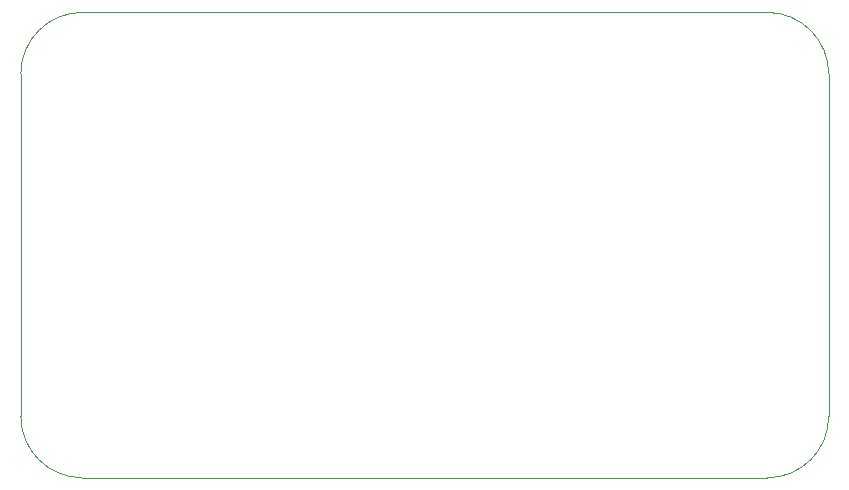
<source format=gm1>
G04 #@! TF.GenerationSoftware,KiCad,Pcbnew,(6.0.7-1)-1*
G04 #@! TF.CreationDate,2023-06-08T21:11:32-04:00*
G04 #@! TF.ProjectId,stm8l151k6t6_board,73746d38-6c31-4353-916b-3674365f626f,rev?*
G04 #@! TF.SameCoordinates,Original*
G04 #@! TF.FileFunction,Profile,NP*
%FSLAX46Y46*%
G04 Gerber Fmt 4.6, Leading zero omitted, Abs format (unit mm)*
G04 Created by KiCad (PCBNEW (6.0.7-1)-1) date 2023-06-08 21:11:32*
%MOMM*%
%LPD*%
G01*
G04 APERTURE LIST*
G04 #@! TA.AperFunction,Profile*
%ADD10C,0.100000*%
G04 #@! TD*
G04 APERTURE END LIST*
D10*
X160400000Y-84700000D02*
X160400000Y-113700000D01*
X92000000Y-113700000D02*
X92000000Y-84700000D01*
X155200000Y-118900000D02*
X97200000Y-118900000D01*
X97200000Y-79500000D02*
G75*
G03*
X92000000Y-84700000I0J-5200000D01*
G01*
X97200000Y-79500000D02*
X155200000Y-79500000D01*
X155200000Y-118900000D02*
G75*
G03*
X160400000Y-113700000I0J5200000D01*
G01*
X92000000Y-113700000D02*
G75*
G03*
X97200000Y-118900000I5200000J0D01*
G01*
X160400000Y-84700000D02*
G75*
G03*
X155200000Y-79500000I-5200000J0D01*
G01*
M02*

</source>
